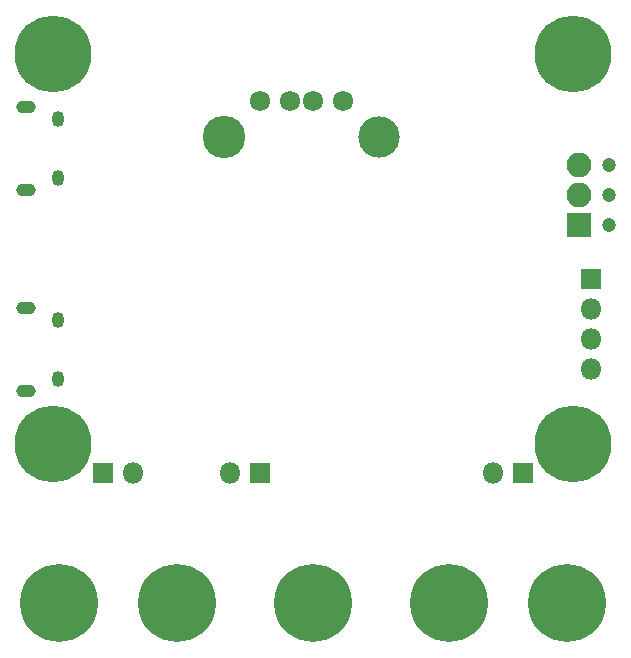
<source format=gbr>
G04 #@! TF.FileFunction,Soldermask,Bot*
%FSLAX46Y46*%
G04 Gerber Fmt 4.6, Leading zero omitted, Abs format (unit mm)*
G04 Created by KiCad (PCBNEW 4.0.7) date Sunday, 24 March 2019 'PMt' 22:49:59*
%MOMM*%
%LPD*%
G01*
G04 APERTURE LIST*
%ADD10C,0.100000*%
%ADD11O,1.050000X1.350000*%
%ADD12O,1.650000X1.100000*%
%ADD13R,1.800000X1.800000*%
%ADD14O,1.800000X1.800000*%
%ADD15C,6.600000*%
%ADD16C,1.720000*%
%ADD17C,3.600000*%
%ADD18C,3.500000*%
%ADD19O,2.098980X2.098980*%
%ADD20R,2.098980X2.098980*%
%ADD21C,1.200000*%
%ADD22C,6.500000*%
G04 APERTURE END LIST*
D10*
D11*
X74350000Y-84500000D03*
X74350000Y-89500000D03*
D12*
X71650000Y-83500000D03*
X71650000Y-90500000D03*
D11*
X74350000Y-101500000D03*
X74350000Y-106500000D03*
D12*
X71650000Y-100500000D03*
X71650000Y-107500000D03*
D13*
X119500000Y-98000000D03*
D14*
X119500000Y-100540000D03*
X119500000Y-103080000D03*
X119500000Y-105620000D03*
D15*
X96000000Y-125500000D03*
X107500000Y-125500000D03*
X117500000Y-125500000D03*
X84500000Y-125500000D03*
X74500000Y-125500000D03*
D16*
X91500000Y-83000000D03*
X94000000Y-83000000D03*
X96000000Y-83000000D03*
X98500000Y-83000000D03*
D17*
X88430000Y-86000000D03*
D18*
X101570000Y-86000000D03*
D19*
X118500000Y-88420000D03*
D20*
X118500000Y-93500000D03*
D19*
X118500000Y-90960000D03*
D21*
X121040000Y-93500000D03*
X121040000Y-90960000D03*
X121040000Y-88420000D03*
D13*
X78230000Y-114475000D03*
D14*
X80770000Y-114475000D03*
D13*
X91520000Y-114475000D03*
D14*
X88980000Y-114475000D03*
D13*
X113770000Y-114475000D03*
D14*
X111230000Y-114475000D03*
D22*
X118000000Y-112000000D03*
X74000000Y-79000000D03*
X74000000Y-112000000D03*
X118000000Y-79000000D03*
M02*

</source>
